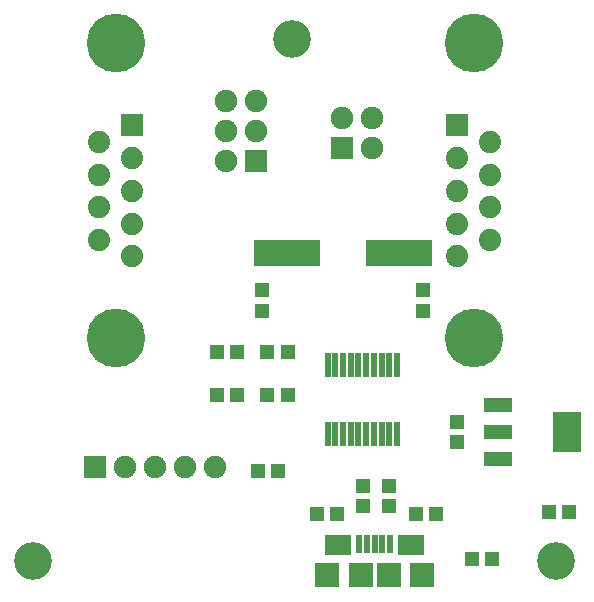
<source format=gbr>
G04 DipTrace 3.0.0.2*
G04 TopMask.gbr*
%MOIN*%
G04 #@! TF.FileFunction,Soldermask,Top*
G04 #@! TF.Part,Single*
%ADD35C,0.126*%
%ADD42R,0.082803X0.082803*%
%ADD44R,0.078866X0.082803*%
%ADD46R,0.090677X0.070992*%
%ADD48C,0.195402*%
%ADD50C,0.074535*%
%ADD52R,0.023748X0.078866*%
%ADD54R,0.074535X0.074535*%
%ADD56R,0.023748X0.06115*%
%ADD58R,0.092646X0.135953*%
%ADD60R,0.092646X0.045402*%
%ADD62R,0.224535X0.08674*%
%ADD64R,0.051307X0.04737*%
%ADD66R,0.04737X0.051307*%
%ADD68C,0.074929*%
%ADD70R,0.074929X0.074929*%
%FSLAX26Y26*%
G04*
G70*
G90*
G75*
G01*
G04 TopMask*
%LPD*%
D70*
X1244089Y1837902D3*
D68*
X1144089D3*
X1244089Y1937902D3*
X1144089D3*
X1244089Y2037902D3*
X1144089D3*
D70*
X1531619Y1881656D3*
D68*
Y1981656D3*
X1631619Y1881656D3*
Y1981656D3*
D66*
X1262841Y1406606D3*
Y1339677D3*
X1800398Y1406606D3*
Y1339677D3*
D64*
X1250340Y806543D3*
X1317269D3*
X1281593Y1200335D3*
X1348522D3*
X1112825D3*
X1179755D3*
X1281593Y1056570D3*
X1348522D3*
X1112825D3*
X1179755D3*
D66*
X1912909Y900303D3*
Y967232D3*
D62*
X1719139Y1531619D3*
X1345123D3*
D35*
X2244194Y506512D3*
X500261D3*
X1362852Y2244194D3*
D60*
X2050424Y1025316D3*
Y934765D3*
Y844214D3*
D58*
X2278770Y934765D3*
D56*
X1587875Y562768D3*
D64*
X1964743Y512762D3*
X2031672D3*
D66*
X1600377Y687781D3*
Y754710D3*
X1687886Y687781D3*
Y754710D3*
D64*
X1775395Y662778D3*
X1842324D3*
X1512867D3*
X1445938D3*
X2219192Y669029D3*
X2286121D3*
D54*
X1912909Y1956664D3*
D52*
X1712888Y1156580D3*
X1687298D3*
X1661707D3*
X1636117D3*
X1610526D3*
X1584936D3*
X1559345D3*
X1533755D3*
X1508164D3*
X1482573D3*
Y928226D3*
X1508164Y928234D3*
X1533755D3*
X1559345D3*
X1584936D3*
X1610526D3*
X1636117D3*
X1661707D3*
X1687298D3*
X1712888D3*
D70*
X706533Y819045D3*
D54*
X831546Y1956664D3*
D50*
Y1847609D3*
Y1738554D3*
Y1629499D3*
Y1520444D3*
X719735Y1902136D3*
Y1793081D3*
Y1684026D3*
Y1574971D3*
D48*
X775641Y1246625D3*
Y2230483D3*
D50*
X1912909Y1847609D3*
Y1738554D3*
Y1629499D3*
Y1520444D3*
X2024720Y1902136D3*
Y1793081D3*
Y1684026D3*
Y1574971D3*
D48*
X1968815Y2230483D3*
Y1246625D3*
D56*
X1613466Y562768D3*
X1639056D3*
X1664647D3*
X1690238D3*
D46*
X1517009Y557846D3*
X1761104D3*
D44*
X1481576Y457453D3*
X1796537D3*
D42*
X1591812D3*
X1686301D3*
D68*
X806533Y819045D3*
X906533D3*
X1006533D3*
X1106533D3*
M02*

</source>
